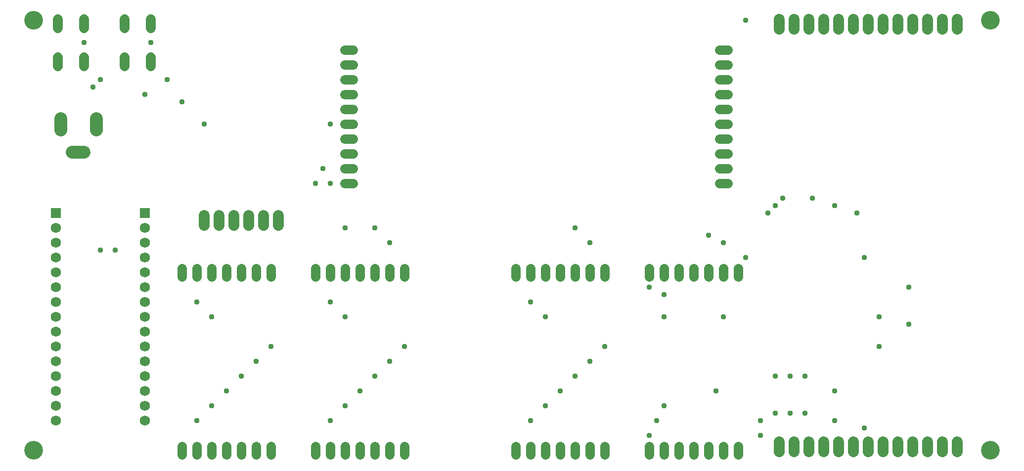
<source format=gbr>
G04 EAGLE Gerber RS-274X export*
G75*
%MOMM*%
%FSLAX34Y34*%
%LPD*%
%INSoldermask Bottom*%
%IPPOS*%
%AMOC8*
5,1,8,0,0,1.08239X$1,22.5*%
G01*
%ADD10C,3.203200*%
%ADD11R,1.733200X1.733200*%
%ADD12C,1.733200*%
%ADD13C,1.625600*%
%ADD14C,2.203200*%
%ADD15C,1.727200*%
%ADD16C,1.879600*%
%ADD17C,0.959600*%


D10*
X1676400Y774700D03*
X1676400Y38100D03*
X38100Y774700D03*
X38100Y38100D03*
D11*
X76200Y444500D03*
X228600Y444500D03*
D12*
X76200Y419100D03*
X228600Y419100D03*
X76200Y393700D03*
X228600Y393700D03*
X76200Y368300D03*
X228600Y368300D03*
X76200Y342900D03*
X228600Y342900D03*
X76200Y317500D03*
X228600Y317500D03*
X76200Y292100D03*
X228600Y292100D03*
X76200Y266700D03*
X228600Y266700D03*
X76200Y241300D03*
X228600Y241300D03*
X76200Y215900D03*
X228600Y215900D03*
X76200Y190500D03*
X228600Y190500D03*
X76200Y165100D03*
X228600Y165100D03*
X76200Y139700D03*
X228600Y139700D03*
X76200Y114300D03*
X228600Y114300D03*
X76200Y88900D03*
X228600Y88900D03*
D13*
X863600Y335788D02*
X863600Y350012D01*
X889000Y350012D02*
X889000Y335788D01*
X914400Y335788D02*
X914400Y350012D01*
X939800Y350012D02*
X939800Y335788D01*
X965200Y335788D02*
X965200Y350012D01*
X990600Y350012D02*
X990600Y335788D01*
X1016000Y335788D02*
X1016000Y350012D01*
X863600Y45212D02*
X863600Y30988D01*
X889000Y30988D02*
X889000Y45212D01*
X914400Y45212D02*
X914400Y30988D01*
X939800Y30988D02*
X939800Y45212D01*
X965200Y45212D02*
X965200Y30988D01*
X990600Y30988D02*
X990600Y45212D01*
X1016000Y45212D02*
X1016000Y30988D01*
X1092200Y335788D02*
X1092200Y350012D01*
X1117600Y350012D02*
X1117600Y335788D01*
X1143000Y335788D02*
X1143000Y350012D01*
X1168400Y350012D02*
X1168400Y335788D01*
X1193800Y335788D02*
X1193800Y350012D01*
X1219200Y350012D02*
X1219200Y335788D01*
X1244600Y335788D02*
X1244600Y350012D01*
X1092200Y45212D02*
X1092200Y30988D01*
X1117600Y30988D02*
X1117600Y45212D01*
X1143000Y45212D02*
X1143000Y30988D01*
X1168400Y30988D02*
X1168400Y45212D01*
X1193800Y45212D02*
X1193800Y30988D01*
X1219200Y30988D02*
X1219200Y45212D01*
X1244600Y45212D02*
X1244600Y30988D01*
X520700Y335788D02*
X520700Y350012D01*
X546100Y350012D02*
X546100Y335788D01*
X571500Y335788D02*
X571500Y350012D01*
X596900Y350012D02*
X596900Y335788D01*
X622300Y335788D02*
X622300Y350012D01*
X647700Y350012D02*
X647700Y335788D01*
X673100Y335788D02*
X673100Y350012D01*
X520700Y45212D02*
X520700Y30988D01*
X546100Y30988D02*
X546100Y45212D01*
X571500Y45212D02*
X571500Y30988D01*
X596900Y30988D02*
X596900Y45212D01*
X622300Y45212D02*
X622300Y30988D01*
X647700Y30988D02*
X647700Y45212D01*
X673100Y45212D02*
X673100Y30988D01*
X292100Y335788D02*
X292100Y350012D01*
X317500Y350012D02*
X317500Y335788D01*
X342900Y335788D02*
X342900Y350012D01*
X368300Y350012D02*
X368300Y335788D01*
X393700Y335788D02*
X393700Y350012D01*
X419100Y350012D02*
X419100Y335788D01*
X444500Y335788D02*
X444500Y350012D01*
X292100Y45212D02*
X292100Y30988D01*
X317500Y30988D02*
X317500Y45212D01*
X342900Y45212D02*
X342900Y30988D01*
X368300Y30988D02*
X368300Y45212D01*
X393700Y45212D02*
X393700Y30988D01*
X419100Y30988D02*
X419100Y45212D01*
X444500Y45212D02*
X444500Y30988D01*
D14*
X145300Y586900D02*
X145300Y606900D01*
X84300Y606900D02*
X84300Y586900D01*
X104300Y548900D02*
X124300Y548900D01*
D13*
X570738Y495300D02*
X584962Y495300D01*
X584962Y520700D02*
X570738Y520700D01*
X570738Y546100D02*
X584962Y546100D01*
X584962Y571500D02*
X570738Y571500D01*
X570738Y596900D02*
X584962Y596900D01*
X584962Y622300D02*
X570738Y622300D01*
X570738Y647700D02*
X584962Y647700D01*
X584962Y673100D02*
X570738Y673100D01*
X570738Y698500D02*
X584962Y698500D01*
X584962Y723900D02*
X570738Y723900D01*
X1212088Y495300D02*
X1226312Y495300D01*
X1226312Y520700D02*
X1212088Y520700D01*
X1212088Y546100D02*
X1226312Y546100D01*
X1226312Y571500D02*
X1212088Y571500D01*
X1212088Y596900D02*
X1226312Y596900D01*
X1226312Y622300D02*
X1212088Y622300D01*
X1212088Y647700D02*
X1226312Y647700D01*
X1226312Y673100D02*
X1212088Y673100D01*
X1212088Y698500D02*
X1226312Y698500D01*
X1226312Y723900D02*
X1212088Y723900D01*
D15*
X193294Y711708D02*
X193294Y696468D01*
X238506Y696468D02*
X238506Y711708D01*
X193294Y761492D02*
X193294Y776732D01*
X238506Y776732D02*
X238506Y761492D01*
X78994Y711708D02*
X78994Y696468D01*
X124206Y696468D02*
X124206Y711708D01*
X78994Y761492D02*
X78994Y776732D01*
X124206Y776732D02*
X124206Y761492D01*
D16*
X330200Y440182D02*
X330200Y423418D01*
X355600Y423418D02*
X355600Y440182D01*
X381000Y440182D02*
X381000Y423418D01*
X406400Y423418D02*
X406400Y440182D01*
X431800Y440182D02*
X431800Y423418D01*
X457200Y423418D02*
X457200Y440182D01*
X1314450Y759968D02*
X1314450Y776732D01*
X1339850Y776732D02*
X1339850Y759968D01*
X1390650Y759968D02*
X1390650Y776732D01*
X1441450Y776732D02*
X1441450Y759968D01*
X1492250Y759968D02*
X1492250Y776732D01*
X1543050Y776732D02*
X1543050Y759968D01*
X1568450Y759968D02*
X1568450Y776732D01*
X1593850Y776732D02*
X1593850Y759968D01*
X1568450Y52832D02*
X1568450Y36068D01*
X1593850Y36068D02*
X1593850Y52832D01*
X1314450Y52832D02*
X1314450Y36068D01*
X1339850Y36068D02*
X1339850Y52832D01*
X1365250Y52832D02*
X1365250Y36068D01*
X1390650Y36068D02*
X1390650Y52832D01*
X1416050Y52832D02*
X1416050Y36068D01*
X1441450Y36068D02*
X1441450Y52832D01*
X1466850Y52832D02*
X1466850Y36068D01*
X1492250Y36068D02*
X1492250Y52832D01*
X1517650Y52832D02*
X1517650Y36068D01*
X1543050Y36068D02*
X1543050Y52832D01*
X1619250Y52832D02*
X1619250Y36068D01*
X1619250Y759968D02*
X1619250Y776732D01*
X1365250Y776732D02*
X1365250Y759968D01*
X1416050Y759968D02*
X1416050Y776732D01*
X1466850Y776732D02*
X1466850Y759968D01*
X1517650Y759968D02*
X1517650Y776732D01*
D17*
X368300Y139700D03*
X939800Y139700D03*
X596900Y139700D03*
X124206Y736600D03*
X238506Y736600D03*
X546100Y596900D03*
X330200Y596900D03*
X139700Y660400D03*
X228600Y647700D03*
X571500Y419100D03*
X266700Y673100D03*
X152400Y673100D03*
X546100Y495300D03*
X520700Y495300D03*
X393700Y165100D03*
X965200Y165100D03*
X622300Y165100D03*
X1308100Y101600D03*
X1308100Y165100D03*
X1358900Y101600D03*
X1358900Y165100D03*
X1333500Y101600D03*
X1333500Y165100D03*
X1371600Y469900D03*
X1320800Y469900D03*
X1308100Y457200D03*
X1409700Y457200D03*
X1295400Y444500D03*
X1447800Y444500D03*
X1460500Y368300D03*
X1257300Y368300D03*
X1092200Y317500D03*
X1536700Y317500D03*
X1536700Y254000D03*
X317500Y292100D03*
X546100Y292100D03*
X889000Y292100D03*
X1117600Y304800D03*
X342900Y266700D03*
X571500Y266700D03*
X914400Y266700D03*
X1117600Y266700D03*
X317500Y88900D03*
X889000Y88900D03*
X546100Y88900D03*
X1282700Y88900D03*
X1104900Y88900D03*
X1092200Y63500D03*
X1282700Y63500D03*
X1460500Y76200D03*
X342900Y114300D03*
X914400Y114300D03*
X571500Y114300D03*
X1117600Y114300D03*
X444500Y215900D03*
X1016000Y215900D03*
X673100Y215900D03*
X419100Y190500D03*
X990600Y190500D03*
X647700Y190500D03*
X1206500Y139700D03*
X1409700Y139700D03*
X1409700Y88900D03*
X1219200Y393700D03*
X990600Y393700D03*
X647700Y393700D03*
X1219200Y266700D03*
X1485900Y266700D03*
X1485900Y215900D03*
X177800Y381000D03*
X152400Y381000D03*
X292100Y635000D03*
X1257300Y774700D03*
X533400Y520700D03*
X622300Y419100D03*
X965200Y419100D03*
X1193800Y406400D03*
M02*

</source>
